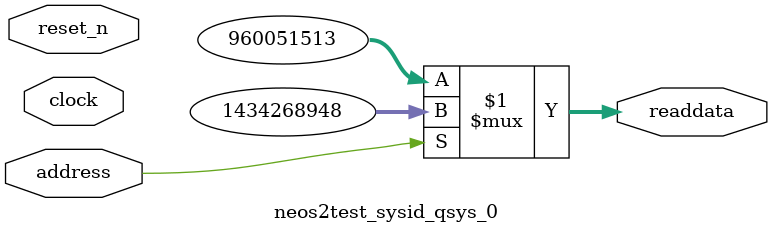
<source format=v>

`timescale 1ns / 1ps
// synthesis translate_on

// turn off superfluous verilog processor warnings 
// altera message_level Level1 
// altera message_off 10034 10035 10036 10037 10230 10240 10030 

module neos2test_sysid_qsys_0 (
               // inputs:
                address,
                clock,
                reset_n,

               // outputs:
                readdata
             )
;

  output  [ 31: 0] readdata;
  input            address;
  input            clock;
  input            reset_n;

  wire    [ 31: 0] readdata;
  //control_slave, which is an e_avalon_slave
  assign readdata = address ? 1434268948 : 960051513;

endmodule




</source>
